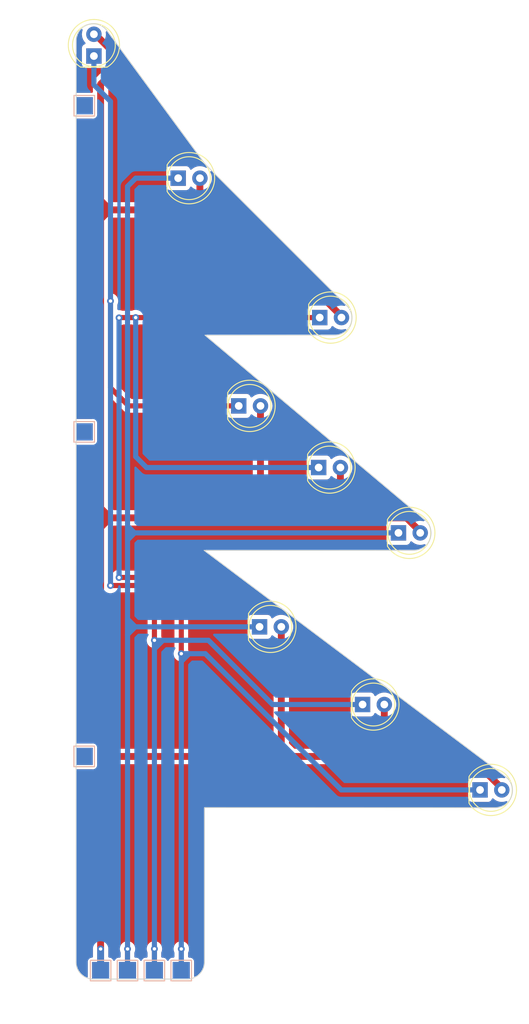
<source format=kicad_pcb>
(kicad_pcb (version 20221018) (generator pcbnew)
  (layers (0 "F.Cu" signal) (31 "B.Cu" signal) (34 "B.Paste" user) (35 "F.Paste" user) (36 "B.SilkS" user "B.Silkscreen") (37 "F.SilkS" user "F.Silkscreen") (38 "B.Mask" user) (39 "F.Mask" user) (44 "Edge.Cuts" user))
  (net 0 "")
  (net 1 "Net-(D1-K)")
  (net 2 "Net-(D1-A)")
  (net 3 "Net-(D4-K)")
  (net 4 "Net-(D7-K)")
  (footprint "TestPoint:TestPoint_Pad_2.0x2.0mm" (layer "F.Cu") (at 143.925 154.52 90)
    (fp_text reference "J4" hide)
    (fp_text value "Conn_01x01_Pin")
    (fp_line (start -1.2 -1.2) (end 1.2 -1.2) (stroke (width 0.12)) (layer "F.SilkS"))
    (fp_line (start -1.2 1.2) (end -1.2 -1.2) (stroke (width 0.12)) (layer "F.SilkS"))
    (fp_line (start 1.2 -1.2) (end 1.2 1.2) (stroke (width 0.12)) (layer "F.SilkS"))
    (fp_line (start 1.2 1.2) (end -1.2 1.2) (stroke (width 0.12)) (layer "F.SilkS"))
    (pad "1" smd rect (at 0 0 90) (size 2 2) (layers "F.Cu" "F.Mask") (net 4 "Net-(D7-K)"))
  )
  (footprint "LED_THT:LED_D5.0mm" (layer "F.Cu") (at 159.975 95.85)
    (fp_text reference "D8" hide)
    (fp_text value "LED")
    (fp_line (start -1.29 -1.545) (end -1.29 1.545) (stroke (width 0.12)) (layer "F.SilkS"))
    (fp_arc (start -1.29 -1.54483) (mid 2.072002 -2.880433) (end 4.26 0.000462) (stroke (width 0.12)) (layer "F.SilkS"))
    (fp_arc (start 4.26 -0.000462) (mid 2.072002 2.880433) (end -1.29 1.54483) (stroke (width 0.12)) (layer "F.SilkS"))
    (fp_circle (center 1.27 0) (end 3.77 0) (stroke (width 0.12)) (fill none) (layer "F.SilkS"))
    (pad "1" thru_hole rect (at 0 0) (size 1.8 1.8) (drill 0.9) (layers "*.Cu" "*.Mask") (net 4 "Net-(D7-K)"))
    (pad "2" thru_hole circle (at 2.54 0) (size 1.8 1.8) (drill 0.9) (layers "*.Cu" "*.Mask") (net 2 "Net-(D1-A)"))
  )
  (footprint "TestPoint:TestPoint_Pad_2.0x2.0mm" (layer "F.Cu") (at 132.6 53.65)
    (fp_text reference "REF**" hide)
    (fp_text value "TestPoint_Pad_2.0x2.0mm")
    (fp_line (start -1.2 -1.2) (end 1.2 -1.2) (stroke (width 0.12)) (layer "F.SilkS"))
    (fp_line (start -1.2 1.2) (end -1.2 -1.2) (stroke (width 0.12)) (layer "F.SilkS"))
    (fp_line (start 1.2 -1.2) (end 1.2 1.2) (stroke (width 0.12)) (layer "F.SilkS"))
    (fp_line (start 1.2 1.2) (end -1.2 1.2) (stroke (width 0.12)) (layer "F.SilkS"))
    (pad "1" smd rect (at 0 0) (size 2 2) (layers "F.Cu" "F.Mask"))
  )
  (footprint "LED_THT:LED_D5.0mm" (layer "F.Cu") (at 153.07 114.43)
    (fp_text reference "D1" hide)
    (fp_text value "LED")
    (fp_line (start -1.29 -1.545) (end -1.29 1.545) (stroke (width 0.12)) (layer "F.SilkS"))
    (fp_arc (start -1.29 -1.54483) (mid 2.072002 -2.880433) (end 4.26 0.000462) (stroke (width 0.12)) (layer "F.SilkS"))
    (fp_arc (start 4.26 -0.000462) (mid 2.072002 2.880433) (end -1.29 1.54483) (stroke (width 0.12)) (layer "F.SilkS"))
    (fp_circle (center 1.27 0) (end 3.77 0) (stroke (width 0.12)) (fill none) (layer "F.SilkS"))
    (pad "1" thru_hole rect (at 0 0) (size 1.8 1.8) (drill 0.9) (layers "*.Cu" "*.Mask") (net 1 "Net-(D1-K)"))
    (pad "2" thru_hole circle (at 2.54 0) (size 1.8 1.8) (drill 0.9) (layers "*.Cu" "*.Mask") (net 2 "Net-(D1-A)"))
  )
  (footprint "TestPoint:TestPoint_Pad_2.0x2.0mm" (layer "F.Cu") (at 140.785 154.52 90)
    (fp_text reference "J3" hide)
    (fp_text value "Conn_01x01_Pin")
    (fp_line (start -1.2 -1.2) (end 1.2 -1.2) (stroke (width 0.12)) (layer "F.SilkS"))
    (fp_line (start -1.2 1.2) (end -1.2 -1.2) (stroke (width 0.12)) (layer "F.SilkS"))
    (fp_line (start 1.2 -1.2) (end 1.2 1.2) (stroke (width 0.12)) (layer "F.SilkS"))
    (fp_line (start 1.2 1.2) (end -1.2 1.2) (stroke (width 0.12)) (layer "F.SilkS"))
    (pad "1" smd rect (at 0 0 90) (size 2 2) (layers "F.Cu" "F.Mask") (net 3 "Net-(D4-K)"))
  )
  (footprint "LED_THT:LED_D5.0mm" (layer "F.Cu") (at 133.72 47.855 90)
    (fp_text reference "D6" hide)
    (fp_text value "LED")
    (fp_line (start -1.29 -1.545) (end -1.29 1.545) (stroke (width 0.12)) (layer "F.SilkS"))
    (fp_arc (start -1.29 -1.54483) (mid 2.072002 -2.880433) (end 4.26 0.000462) (stroke (width 0.12)) (layer "F.SilkS"))
    (fp_arc (start 4.26 -0.000462) (mid 2.072002 2.880433) (end -1.29 1.54483) (stroke (width 0.12)) (layer "F.SilkS"))
    (fp_circle (center 1.27 0) (end 3.77 0) (stroke (width 0.12)) (fill none) (layer "F.SilkS"))
    (pad "1" thru_hole rect (at 0 0 90) (size 1.8 1.8) (drill 0.9) (layers "*.Cu" "*.Mask") (net 3 "Net-(D4-K)"))
    (pad "2" thru_hole circle (at 2.54 0 90) (size 1.8 1.8) (drill 0.9) (layers "*.Cu" "*.Mask") (net 2 "Net-(D1-A)"))
  )
  (footprint "LED_THT:LED_D5.0mm" (layer "F.Cu") (at 150.64 88.66)
    (fp_text reference "D5" hide)
    (fp_text value "LED")
    (fp_line (start -1.29 -1.545) (end -1.29 1.545) (stroke (width 0.12)) (layer "F.SilkS"))
    (fp_arc (start -1.29 -1.54483) (mid 2.072002 -2.880433) (end 4.26 0.000462) (stroke (width 0.12)) (layer "F.SilkS"))
    (fp_arc (start 4.26 -0.000462) (mid 2.072002 2.880433) (end -1.29 1.54483) (stroke (width 0.12)) (layer "F.SilkS"))
    (fp_circle (center 1.27 0) (end 3.77 0) (stroke (width 0.12)) (fill none) (layer "F.SilkS"))
    (pad "1" thru_hole rect (at 0 0) (size 1.8 1.8) (drill 0.9) (layers "*.Cu" "*.Mask") (net 3 "Net-(D4-K)"))
    (pad "2" thru_hole circle (at 2.54 0) (size 1.8 1.8) (drill 0.9) (layers "*.Cu" "*.Mask") (net 2 "Net-(D1-A)"))
  )
  (footprint "LED_THT:LED_D5.0mm" (layer "F.Cu") (at 143.565 62.1)
    (fp_text reference "D3" hide)
    (fp_text value "LED")
    (fp_line (start -1.29 -1.545) (end -1.29 1.545) (stroke (width 0.12)) (layer "F.SilkS"))
    (fp_arc (start -1.29 -1.54483) (mid 2.072002 -2.880433) (end 4.26 0.000462) (stroke (width 0.12)) (layer "F.SilkS"))
    (fp_arc (start 4.26 -0.000462) (mid 2.072002 2.880433) (end -1.29 1.54483) (stroke (width 0.12)) (layer "F.SilkS"))
    (fp_circle (center 1.27 0) (end 3.77 0) (stroke (width 0.12)) (fill none) (layer "F.SilkS"))
    (pad "1" thru_hole rect (at 0 0) (size 1.8 1.8) (drill 0.9) (layers "*.Cu" "*.Mask") (net 1 "Net-(D1-K)"))
    (pad "2" thru_hole circle (at 2.54 0) (size 1.8 1.8) (drill 0.9) (layers "*.Cu" "*.Mask") (net 2 "Net-(D1-A)"))
  )
  (footprint "TestPoint:TestPoint_Pad_2.0x2.0mm" (layer "F.Cu") (at 134.505 154.52 90)
    (fp_text reference "J1" hide)
    (fp_text value "Conn_01x01_Pin")
    (fp_line (start -1.2 -1.2) (end 1.2 -1.2) (stroke (width 0.12)) (layer "F.SilkS"))
    (fp_line (start -1.2 1.2) (end -1.2 -1.2) (stroke (width 0.12)) (layer "F.SilkS"))
    (fp_line (start 1.2 -1.2) (end 1.2 1.2) (stroke (width 0.12)) (layer "F.SilkS"))
    (fp_line (start 1.2 1.2) (end -1.2 1.2) (stroke (width 0.12)) (layer "F.SilkS"))
    (pad "1" smd rect (at 0 0 90) (size 2 2) (layers "F.Cu" "F.Mask") (net 2 "Net-(D1-A)"))
  )
  (footprint "LED_THT:LED_D5.0mm" (layer "F.Cu") (at 165.105 123.49)
    (fp_text reference "D4" hide)
    (fp_text value "LED")
    (fp_line (start -1.29 -1.545) (end -1.29 1.545) (stroke (width 0.12)) (layer "F.SilkS"))
    (fp_arc (start -1.29 -1.54483) (mid 2.072002 -2.880433) (end 4.26 0.000462) (stroke (width 0.12)) (layer "F.SilkS"))
    (fp_arc (start 4.26 -0.000462) (mid 2.072002 2.880433) (end -1.29 1.54483) (stroke (width 0.12)) (layer "F.SilkS"))
    (fp_circle (center 1.27 0) (end 3.77 0) (stroke (width 0.12)) (fill none) (layer "F.SilkS"))
    (pad "1" thru_hole rect (at 0 0) (size 1.8 1.8) (drill 0.9) (layers "*.Cu" "*.Mask") (net 3 "Net-(D4-K)"))
    (pad "2" thru_hole circle (at 2.54 0) (size 1.8 1.8) (drill 0.9) (layers "*.Cu" "*.Mask") (net 2 "Net-(D1-A)"))
  )
  (footprint "LED_THT:LED_D5.0mm" (layer "F.Cu") (at 169.3 103.47)
    (fp_text reference "D2" hide)
    (fp_text value "LED")
    (fp_line (start -1.29 -1.545) (end -1.29 1.545) (stroke (width 0.12)) (layer "F.SilkS"))
    (fp_arc (start -1.29 -1.54483) (mid 2.072002 -2.880433) (end 4.26 0.000462) (stroke (width 0.12)) (layer "F.SilkS"))
    (fp_arc (start 4.26 -0.000462) (mid 2.072002 2.880433) (end -1.29 1.54483) (stroke (width 0.12)) (layer "F.SilkS"))
    (fp_circle (center 1.27 0) (end 3.77 0) (stroke (width 0.12)) (fill none) (layer "F.SilkS"))
    (pad "1" thru_hole rect (at 0 0) (size 1.8 1.8) (drill 0.9) (layers "*.Cu" "*.Mask") (net 1 "Net-(D1-K)"))
    (pad "2" thru_hole circle (at 2.54 0) (size 1.8 1.8) (drill 0.9) (layers "*.Cu" "*.Mask") (net 2 "Net-(D1-A)"))
  )
  (footprint "TestPoint:TestPoint_Pad_2.0x2.0mm" (layer "F.Cu") (at 137.645 154.52 90)
    (fp_text reference "J2" hide)
    (fp_text value "Conn_01x01_Pin")
    (fp_line (start -1.2 -1.2) (end 1.2 -1.2) (stroke (width 0.12)) (layer "F.SilkS"))
    (fp_line (start -1.2 1.2) (end -1.2 -1.2) (stroke (width 0.12)) (layer "F.SilkS"))
    (fp_line (start 1.2 -1.2) (end 1.2 1.2) (stroke (width 0.12)) (layer "F.SilkS"))
    (fp_line (start 1.2 1.2) (end -1.2 1.2) (stroke (width 0.12)) (layer "F.SilkS"))
    (pad "1" smd rect (at 0 0 90) (size 2 2) (layers "F.Cu" "F.Mask") (net 1 "Net-(D1-K)"))
  )
  (footprint "TestPoint:TestPoint_Pad_2.0x2.0mm" (layer "F.Cu") (at 132.59 129.54)
    (fp_text reference "REF**" hide)
    (fp_text value "TestPoint_Pad_2.0x2.0mm")
    (fp_line (start -1.2 -1.2) (end 1.2 -1.2) (stroke (width 0.12)) (layer "F.SilkS"))
    (fp_line (start -1.2 1.2) (end -1.2 -1.2) (stroke (width 0.12)) (layer "F.SilkS"))
    (fp_line (start 1.2 -1.2) (end 1.2 1.2) (stroke (width 0.12)) (layer "F.SilkS"))
    (fp_line (start 1.2 1.2) (end -1.2 1.2) (stroke (width 0.12)) (layer "F.SilkS"))
    (pad "1" smd rect (at 0 0) (size 2 2) (layers "F.Cu" "F.Mask"))
  )
  (footprint "LED_THT:LED_D5.0mm" (layer "F.Cu") (at 178.83 133.45)
    (fp_text reference "D7" hide)
    (fp_text value "LED")
    (fp_line (start -1.29 -1.545) (end -1.29 1.545) (stroke (width 0.12)) (layer "F.SilkS"))
    (fp_arc (start -1.29 -1.54483) (mid 2.072002 -2.880433) (end 4.26 0.000462) (stroke (width 0.12)) (layer "F.SilkS"))
    (fp_arc (start 4.26 -0.000462) (mid 2.072002 2.880433) (end -1.29 1.54483) (stroke (width 0.12)) (layer "F.SilkS"))
    (fp_circle (center 1.27 0) (end 3.77 0) (stroke (width 0.12)) (fill none) (layer "F.SilkS"))
    (pad "1" thru_hole rect (at 0 0) (size 1.8 1.8) (drill 0.9) (layers "*.Cu" "*.Mask") (net 4 "Net-(D7-K)"))
    (pad "2" thru_hole circle (at 2.54 0) (size 1.8 1.8) (drill 0.9) (layers "*.Cu" "*.Mask") (net 2 "Net-(D1-A)"))
  )
  (footprint "LED_THT:LED_D5.0mm" (layer "F.Cu") (at 160.1 78.36)
    (fp_text reference "D9" hide)
    (fp_text value "LED")
    (fp_line (start -1.29 -1.545) (end -1.29 1.545) (stroke (width 0.12)) (layer "F.SilkS"))
    (fp_arc (start -1.29 -1.54483) (mid 2.072002 -2.880433) (end 4.26 0.000462) (stroke (width 0.12)) (layer "F.SilkS"))
    (fp_arc (start 4.26 -0.000462) (mid 2.072002 2.880433) (end -1.29 1.54483) (stroke (width 0.12)) (layer "F.SilkS"))
    (fp_circle (center 1.27 0) (end 3.77 0) (stroke (width 0.12)) (fill none) (layer "F.SilkS"))
    (pad "1" thru_hole rect (at 0 0) (size 1.8 1.8) (drill 0.9) (layers "*.Cu" "*.Mask") (net 4 "Net-(D7-K)"))
    (pad "2" thru_hole circle (at 2.54 0) (size 1.8 1.8) (drill 0.9) (layers "*.Cu" "*.Mask") (net 2 "Net-(D1-A)"))
  )
  (footprint "TestPoint:TestPoint_Pad_2.0x2.0mm" (layer "F.Cu") (at 132.59 91.69)
    (fp_text reference "REF**" hide)
    (fp_text value "TestPoint_Pad_2.0x2.0mm")
    (fp_line (start -1.2 -1.2) (end 1.2 -1.2) (stroke (width 0.12)) (layer "F.SilkS"))
    (fp_line (start -1.2 1.2) (end -1.2 -1.2) (stroke (width 0.12)) (layer "F.SilkS"))
    (fp_line (start 1.2 -1.2) (end 1.2 1.2) (stroke (width 0.12)) (layer "F.SilkS"))
    (fp_line (start 1.2 1.2) (end -1.2 1.2) (stroke (width 0.12)) (layer "F.SilkS"))
    (pad "1" smd rect (at 0 0) (size 2 2) (layers "F.Cu" "F.Mask"))
  )
  (footprint "TestPoint:TestPoint_Pad_2.0x2.0mm" (layer "B.Cu") (at 143.925 154.52 -90)
    (fp_text reference "J8" hide)
    (fp_text value "Conn_01x01_Pin")
    (fp_line (start -1.2 -1.2) (end -1.2 1.2) (stroke (width 0.12)) (layer "B.SilkS"))
    (fp_line (start -1.2 1.2) (end 1.2 1.2) (stroke (width 0.12)) (layer "B.SilkS"))
    (fp_line (start 1.2 -1.2) (end -1.2 -1.2) (stroke (width 0.12)) (layer "B.SilkS"))
    (fp_line (start 1.2 1.2) (end 1.2 -1.2) (stroke (width 0.12)) (layer "B.SilkS"))
    (pad "1" smd rect (at 0 0 270) (size 2 2) (layers "B.Cu" "B.Mask") (net 4 "Net-(D7-K)"))
  )
  (footprint "TestPoint:TestPoint_Pad_2.0x2.0mm" (layer "B.Cu") (at 132.59 129.54 180)
    (fp_text reference "REF**" hide)
    (fp_text value "TestPoint_Pad_2.0x2.0mm")
    (fp_line (start -1.2 -1.2) (end -1.2 1.2) (stroke (width 0.12)) (layer "B.SilkS"))
    (fp_line (start -1.2 1.2) (end 1.2 1.2) (stroke (width 0.12)) (layer "B.SilkS"))
    (fp_line (start 1.2 -1.2) (end -1.2 -1.2) (stroke (width 0.12)) (layer "B.SilkS"))
    (fp_line (start 1.2 1.2) (end 1.2 -1.2) (stroke (width 0.12)) (layer "B.SilkS"))
    (pad "1" smd rect (at 0 0 180) (size 2 2) (layers "B.Cu" "B.Mask"))
  )
  (footprint "TestPoint:TestPoint_Pad_2.0x2.0mm" (layer "B.Cu") (at 140.785 154.52 -90)
    (fp_text reference "J7" hide)
    (fp_text value "Conn_01x01_Pin")
    (fp_line (start -1.2 -1.2) (end -1.2 1.2) (stroke (width 0.12)) (layer "B.SilkS"))
    (fp_line (start -1.2 1.2) (end 1.2 1.2) (stroke (width 0.12)) (layer "B.SilkS"))
    (fp_line (start 1.2 -1.2) (end -1.2 -1.2) (stroke (width 0.12)) (layer "B.SilkS"))
    (fp_line (start 1.2 1.2) (end 1.2 -1.2) (stroke (width 0.12)) (layer "B.SilkS"))
    (pad "1" smd rect (at 0 0 270) (size 2 2) (layers "B.Cu" "B.Mask") (net 3 "Net-(D4-K)"))
  )
  (footprint "TestPoint:TestPoint_Pad_2.0x2.0mm" (layer "B.Cu") (at 137.645 154.52 -90)
    (fp_text reference "J6" hide)
    (fp_text value "Conn_01x01_Pin")
    (fp_line (start -1.2 -1.2) (end -1.2 1.2) (stroke (width 0.12)) (layer "B.SilkS"))
    (fp_line (start -1.2 1.2) (end 1.2 1.2) (stroke (width 0.12)) (layer "B.SilkS"))
    (fp_line (start 1.2 -1.2) (end -1.2 -1.2) (stroke (width 0.12)) (layer "B.SilkS"))
    (fp_line (start 1.2 1.2) (end 1.2 -1.2) (stroke (width 0.12)) (layer "B.SilkS"))
    (pad "1" smd rect (at 0 0 270) (size 2 2) (layers "B.Cu" "B.Mask") (net 1 "Net-(D1-K)"))
  )
  (footprint "TestPoint:TestPoint_Pad_2.0x2.0mm" (layer "B.Cu") (at 132.6 53.65 180)
    (fp_text reference "REF**" hide)
    (fp_text value "TestPoint_Pad_2.0x2.0mm")
    (fp_line (start -1.2 -1.2) (end -1.2 1.2) (stroke (width 0.12)) (layer "B.SilkS"))
    (fp_line (start -1.2 1.2) (end 1.2 1.2) (stroke (width 0.12)) (layer "B.SilkS"))
    (fp_line (start 1.2 -1.2) (end -1.2 -1.2) (stroke (width 0.12)) (layer "B.SilkS"))
    (fp_line (start 1.2 1.2) (end 1.2 -1.2) (stroke (width 0.12)) (layer "B.SilkS"))
    (pad "1" smd rect (at 0 0 180) (size 2 2) (layers "B.Cu" "B.Mask"))
  )
  (footprint "TestPoint:TestPoint_Pad_2.0x2.0mm" (layer "B.Cu") (at 132.59 91.69 180)
    (fp_text reference "REF**" hide)
    (fp_text value "TestPoint_Pad_2.0x2.0mm")
    (fp_line (start -1.2 -1.2) (end -1.2 1.2) (stroke (width 0.12)) (layer "B.SilkS"))
    (fp_line (start -1.2 1.2) (end 1.2 1.2) (stroke (width 0.12)) (layer "B.SilkS"))
    (fp_line (start 1.2 -1.2) (end -1.2 -1.2) (stroke (width 0.12)) (layer "B.SilkS"))
    (fp_line (start 1.2 1.2) (end 1.2 -1.2) (stroke (width 0.12)) (layer "B.SilkS"))
    (pad "1" smd rect (at 0 0 180) (size 2 2) (layers "B.Cu" "B.Mask"))
  )
  (footprint "TestPoint:TestPoint_Pad_2.0x2.0mm" (layer "B.Cu") (at 134.505 154.52 -90)
    (fp_text reference "J5" hide)
    (fp_text value "Conn_01x01_Pin")
    (fp_line (start -1.2 -1.2) (end -1.2 1.2) (stroke (width 0.12)) (layer "B.SilkS"))
    (fp_line (start -1.2 1.2) (end 1.2 1.2) (stroke (width 0.12)) (layer "B.SilkS"))
    (fp_line (start 1.2 -1.2) (end -1.2 -1.2) (stroke (width 0.12)) (layer "B.SilkS"))
    (fp_line (start 1.2 1.2) (end 1.2 -1.2) (stroke (width 0.12)) (layer "B.SilkS"))
    (pad "1" smd rect (at 0 0 270) (size 2 2) (layers "B.Cu" "B.Mask") (net 2 "Net-(D1-A)"))
  )
  (gr_line (start 131.635173 153.509827) (end 131.644473 46.088545) (stroke (width 0.1)) (layer "Edge.Cuts"))
  (gr_arc (start 131.644473 46.088545) (mid 133.020487 44.188512) (end 135.255 44.902884) (stroke (width 0.1)) (layer "Edge.Cuts"))
  (gr_arc (start 133.635173 155.51) (mid 132.220916 154.924143) (end 131.635173 153.509827) (stroke (width 0.1)) (layer "Edge.Cuts"))
  (gr_line (start 172.396325 101.969553) (end 146.695 80.41) (stroke (width 0.1)) (layer "Edge.Cuts"))
  (gr_line (start 163.274947 76.986787) (end 146.695 60.44) (stroke (width 0.1)) (layer "Edge.Cuts"))
  (gr_arc (start 163.274947 76.986787) (mid 163.710456 79.166387) (end 161.86315 80.402416) (stroke (width 0.1)) (layer "Edge.Cuts"))
  (gr_line (start 146.695 80.41) (end 161.86315 80.402416) (stroke (width 0.1)) (layer "Edge.Cuts"))
  (gr_line (start 146.635 135.51) (end 180.620498 135.518498) (stroke (width 0.1)) (layer "Edge.Cuts"))
  (gr_arc (start 146.635 153.51) (mid 146.049214 154.924214) (end 144.635 155.51) (stroke (width 0.1)) (layer "Edge.Cuts"))
  (gr_arc (start 181.820678 131.918259) (mid 182.51835 134.151003) (end 180.620498 135.518498) (stroke (width 0.1)) (layer "Edge.Cuts"))
  (gr_line (start 146.595 105.51) (end 171.11164 105.501831) (stroke (width 0.1)) (layer "Edge.Cuts"))
  (gr_line (start 146.695 60.44) (end 135.255 44.902884) (stroke (width 0.1)) (layer "Edge.Cuts"))
  (gr_line (start 144.635 155.51) (end 133.635173 155.51) (stroke (width 0.1)) (layer "Edge.Cuts"))
  (gr_line (start 181.820678 131.918259) (end 146.595 105.51) (stroke (width 0.1)) (layer "Edge.Cuts"))
  (gr_arc (start 172.396325 101.969553) (mid 172.990524 104.185421) (end 171.11164 105.501831) (stroke (width 0.1)) (layer "Edge.Cuts"))
  (gr_line (start 146.635 153.51) (end 146.635 135.51) (stroke (width 0.1)) (layer "Edge.Cuts"))
  (segment (start 137.645 154.52) (end 137.645 152.005) (width 0.6) (layer "F.Cu") (net 1))
  (segment (start 137.645 152.005) (end 137.65 152) (width 0.6) (layer "F.Cu") (net 1))
  (via (at 137.65 152) (size 0.8) (drill 0.4) (layers "F.Cu" "B.Cu") (net 1))
  (segment (start 138.47 103.47) (end 138.46 103.47) (width 0.6) (layer "B.Cu") (net 1))
  (segment (start 169.3 103.47) (end 138.47 103.47) (width 0.6) (layer "B.Cu") (net 1))
  (segment (start 137.65 114.62) (end 137.65 113.51) (width 0.6) (layer "B.Cu") (net 1))
  (segment (start 138.47 103.47) (end 137.65 103.47) (width 0.6) (layer "B.Cu") (net 1))
  (segment (start 137.65 115.4) (end 137.65 114.62) (width 0.6) (layer "B.Cu") (net 1))
  (segment (start 137.65 63.06) (end 138.61 62.1) (width 0.6) (layer "B.Cu") (net 1))
  (segment (start 137.65 113.53) (end 137.65 113.51) (width 0.6) (layer "B.Cu") (net 1))
  (segment (start 138.61 62.1) (end 143.565 62.1) (width 0.6) (layer "B.Cu") (net 1))
  (segment (start 137.65 115.33) (end 137.65 115.4) (width 0.6) (layer "B.Cu") (net 1))
  (segment (start 138.47 103.48) (end 138.47 103.47) (width 0.6) (layer "B.Cu") (net 1))
  (segment (start 137.65 152) (end 137.65 154.515) (width 0.6) (layer "B.Cu") (net 1))
  (segment (start 137.65 102.66) (end 137.65 63.06) (width 0.6) (layer "B.Cu") (net 1))
  (segment (start 137.65 103.47) (end 137.65 102.66) (width 0.6) (layer "B.Cu") (net 1))
  (segment (start 138.46 103.47) (end 137.65 102.66) (width 0.6) (layer "B.Cu") (net 1))
  (segment (start 137.65 154.515) (end 137.645 154.52) (width 0.6) (layer "B.Cu") (net 1))
  (segment (start 137.65 104.3) (end 138.47 103.48) (width 0.6) (layer "B.Cu") (net 1))
  (segment (start 138.55 114.43) (end 137.84 114.43) (width 0.6) (layer "B.Cu") (net 1))
  (segment (start 138.55 114.43) (end 137.65 115.33) (width 0.6) (layer "B.Cu") (net 1))
  (segment (start 153.07 114.43) (end 138.55 114.43) (width 0.6) (layer "B.Cu") (net 1))
  (segment (start 137.84 114.43) (end 137.65 114.62) (width 0.6) (layer "B.Cu") (net 1))
  (segment (start 137.65 152) (end 137.65 115.4) (width 0.6) (layer "B.Cu") (net 1))
  (segment (start 137.65 104.3) (end 137.65 103.47) (width 0.6) (layer "B.Cu") (net 1))
  (segment (start 137.65 113.51) (end 137.65 104.3) (width 0.6) (layer "B.Cu") (net 1))
  (segment (start 138.55 114.43) (end 137.65 113.53) (width 0.6) (layer "B.Cu") (net 1))
  (segment (start 162.515 100.59) (end 162.515 101.685) (width 0.8) (layer "F.Cu") (net 2))
  (segment (start 134.505 154.52) (end 134.505 152) (width 0.8) (layer "F.Cu") (net 2))
  (segment (start 167.645 129.525) (end 167.67 129.55) (width 0.8) (layer "F.Cu") (net 2))
  (segment (start 167.67 129.55) (end 166.64 129.55) (width 0.8) (layer "F.Cu") (net 2))
  (segment (start 135.6 65.795) (end 134.505 66.89) (width 0.8) (layer "F.Cu") (net 2))
  (segment (start 161.4 101.72) (end 154.33 101.72) (width 0.8) (layer "F.Cu") (net 2))
  (segment (start 150.24 65.8) (end 147.15 65.8) (width 0.8) (layer "F.Cu") (net 2))
  (segment (start 155.61 128.16) (end 155.61 129.41) (width 0.8) (layer "F.Cu") (net 2))
  (segment (start 135.645 101.72) (end 134.505 100.58) (width 0.8) (layer "F.Cu") (net 2))
  (segment (start 162.515 101.685) (end 162.55 101.72) (width 0.8) (layer "F.Cu") (net 2))
  (segment (start 134.505 66.89) (end 134.505 66.95) (width 0.8) (layer "F.Cu") (net 2))
  (segment (start 153.18 101.72) (end 152.16 101.72) (width 0.8) (layer "F.Cu") (net 2))
  (segment (start 145.15 65.8) (end 143.67 65.8) (width 0.8) (layer "F.Cu") (net 2))
  (segment (start 135.6 65.8) (end 134.505 65.8) (width 0.8) (layer "F.Cu") (net 2))
  (segment (start 163.62 101.72) (end 162.55 101.72) (width 0.8) (layer "F.Cu") (net 2))
  (segment (start 134.505 66.95) (end 134.505 65.8) (width 0.8) (layer "F.Cu") (net 2))
  (segment (start 135.79 49.85) (end 135.79 47.23) (width 0.8) (layer "F.Cu") (net 2))
  (segment (start 162.515 100.615) (end 161.41 101.72) (width 0.8) (layer "F.Cu") (net 2))
  (segment (start 134.505 129.55) (end 134.505 128.29) (width 0.8) (layer "F.Cu") (net 2))
  (segment (start 146.105 64.845) (end 147.06 65.8) (width 0.8) (layer "F.Cu") (net 2))
  (segment (start 167.645 128.565) (end 168.63 129.55) (width 0.8) (layer "F.Cu") (net 2))
  (segment (start 171.84 103.47) (end 171.84 103.32) (width 0.8) (layer "F.Cu") (net 2))
  (segment (start 167.645 123.49) (end 167.645 128.53) (width 0.8) (layer "F.Cu") (net 2))
  (segment (start 135.74 129.55) (end 134.505 129.55) (width 0.8) (layer "F.Cu") (net 2))
  (segment (start 152.16 101.72) (end 135.67 101.72) (width 0.8) (layer "F.Cu") (net 2))
  (segment (start 134.505 152) (end 134.505 130.84) (width 0.8) (layer "F.Cu") (net 2))
  (segment (start 177.66 129.55) (end 168.63 129.55) (width 0.8) (layer "F.Cu") (net 2))
  (segment (start 135.6 65.8) (end 135.6 65.795) (width 0.8) (layer "F.Cu") (net 2))
  (segment (start 153.18 100.6) (end 154.3 101.72) (width 0.8) (layer "F.Cu") (net 2))
  (segment (start 134.505 100.58) (end 134.505 66.95) (width 0.8) (layer "F.Cu") (net 2))
  (segment (start 168.63 129.55) (end 167.67 129.55) (width 0.8) (layer "F.Cu") (net 2))
  (segment (start 134.505 51.135) (end 135.79 49.85) (width 0.8) (layer "F.Cu") (net 2))
  (segment (start 135.645 101.72) (end 135.625 101.72) (width 0.8) (layer "F.Cu") (net 2))
  (segment (start 146.105 64.845) (end 145.15 65.8) (width 0.8) (layer "F.Cu") (net 2))
  (segment (start 153.18 88.66) (end 153.18 100.6) (width 0.8) (layer "F.Cu") (net 2))
  (segment (start 162.64 78.2) (end 150.24 65.8) (width 0.8) (layer "F.Cu") (net 2))
  (segment (start 162.64 78.36) (end 162.64 78.2) (width 0.8) (layer "F.Cu") (net 2))
  (segment (start 135.67 101.72) (end 135.645 101.72) (width 0.8) (layer "F.Cu") (net 2))
  (segment (start 181.37 133.45) (end 181.37 133.26) (width 0.8) (layer "F.Cu") (net 2))
  (segment (start 167.645 128.53) (end 167.645 129.525) (width 0.8) (layer "F.Cu") (net 2))
  (segment (start 134.505 101.72) (end 134.505 100.58) (width 0.8) (layer "F.Cu") (net 2))
  (segment (start 135.74 129.525) (end 134.505 128.29) (width 0.8) (layer "F.Cu") (net 2))
  (segment (start 155.61 114.43) (end 155.61 128.16) (width 0.8) (layer "F.Cu") (net 2))
  (segment (start 153.18 100.6) (end 152.16 101.62) (width 0.8) (layer "F.Cu") (net 2))
  (segment (start 135.67 101.72) (end 134.505 101.72) (width 0.8) (layer "F.Cu") (net 2))
  (segment (start 162.515 95.85) (end 162.515 100.59) (width 0.8) (layer "F.Cu") (net 2))
  (segment (start 153.18 100.6) (end 153.18 101.72) (width 0.8) (layer "F.Cu") (net 2))
  (segment (start 134.505 128.29) (end 134.505 102.84) (width 0.8) (layer "F.Cu") (net 2))
  (segment (start 156.76 129.55) (end 155.47 129.55) (width 0.8) (layer "F.Cu") (net 2))
  (segment (start 143.67 65.8) (end 135.6 65.8) (width 0.8) (layer "F.Cu") (net 2))
  (segment (start 146.105 62.1) (end 146.105 64.845) (width 0.8) (layer "F.Cu") (net 2))
  (segment (start 155.61 128.4) (end 154.5 129.51) (width 0.8) (layer "F.Cu") (net 2))
  (segment (start 155.61 128.4) (end 156.76 129.55) (width 0.8) (layer "F.Cu") (net 2))
  (segment (start 167.645 128.53) (end 167.645 128.565) (width 0.8) (layer "F.Cu") (net 2))
  (segment (start 135.625 101.72) (end 134.505 102.84) (width 0.8) (layer "F.Cu") (net 2))
  (segment (start 162.55 101.72) (end 161.4 101.72) (width 0.8) (layer "F.Cu") (net 2))
  (segment (start 167.645 128.545) (end 166.64 129.55) (width 0.8) (layer "F.Cu") (net 2))
  (segment (start 167.645 128.53) (end 167.645 128.545) (width 0.8) (layer "F.Cu") (net 2))
  (segment (start 162.515 100.615) (end 163.62 101.72) (width 0.8) (layer "F.Cu") (net 2))
  (segment (start 134.505 65.8) (end 134.505 64.7) (width 0.8) (layer "F.Cu") (net 2))
  (segment (start 134.505 130.76) (end 134.505 130.84) (width 0.8) (layer "F.Cu") (net 2))
  (segment (start 135.6 65.795) (end 134.505 64.7) (width 0.8) (layer "F.Cu") (net 2))
  (segment (start 155.61 129.41) (end 155.47 129.55) (width 0.8) (layer "F.Cu") (net 2))
  (segment (start 152.16 101.62) (end 152.16 101.72) (width 0.8) (layer "F.Cu") (net 2))
  (segment (start 134.505 102.84) (end 134.505 101.72) (width 0.8) (layer "F.Cu") (net 2))
  (segment (start 133.875 45.315) (end 133.72 45.315) (width 0.8) (layer "F.Cu") (net 2))
  (segment (start 135.79 47.23) (end 133.875 45.315) (width 0.8) (layer "F.Cu") (net 2))
  (segment (start 171.84 103.32) (end 170.24 101.72) (width 0.8) (layer "F.Cu") (net 2))
  (segment (start 161.41 101.72) (end 161.4 101.72) (width 0.8) (layer "F.Cu") (net 2))
  (segment (start 154.3 101.72) (end 154.33 101.72) (width 0.8) (layer "F.Cu") (net 2))
  (segment (start 147.15 65.8) (end 143.67 65.8) (width 0.8) (layer "F.Cu") (net 2))
  (segment (start 162.515 100.59) (end 162.515 100.615) (width 0.8) (layer "F.Cu") (net 2))
  (segment (start 166.64 129.55) (end 156.76 129.55) (width 0.8) (layer "F.Cu") (net 2))
  (segment (start 155.47 129.55) (end 154.5 129.55) (width 0.8) (layer "F.Cu") (net 2))
  (segment (start 135.74 129.525) (end 134.505 130.76) (width 0.8) (layer "F.Cu") (net 2))
  (segment (start 134.505 130.84) (end 134.505 129.55) (width 0.8) (layer "F.Cu") (net 2))
  (segment (start 181.37 133.26) (end 177.66 129.55) (width 0.8) (layer "F.Cu") (net 2))
  (segment (start 135.74 129.55) (end 135.74 129.525) (width 0.8) (layer "F.Cu") (net 2))
  (segment (start 154.33 101.72) (end 153.18 101.72) (width 0.8) (layer "F.Cu") (net 2))
  (segment (start 134.505 64.7) (end 134.505 51.135) (width 0.8) (layer "F.Cu") (net 2))
  (segment (start 154.5 129.55) (end 135.74 129.55) (width 0.8) (layer "F.Cu") (net 2))
  (segment (start 155.61 128.16) (end 155.61 128.4) (width 0.8) (layer "F.Cu") (net 2))
  (segment (start 154.5 129.51) (end 154.5 129.55) (width 0.8) (layer "F.Cu") (net 2))
  (segment (start 170.24 101.72) (end 163.62 101.72) (width 0.8) (layer "F.Cu") (net 2))
  (segment (start 147.06 65.8) (end 147.15 65.8) (width 0.8) (layer "F.Cu") (net 2))
  (via (at 134.505 152) (size 0.8) (drill 0.4) (layers "F.Cu" "B.Cu") (net 2))
  (segment (start 134.505 154.52) (end 134.505 152) (width 0.8) (layer "B.Cu") (net 2))
  (segment (start 140.785 154.52) (end 140.785 151.995) (width 0.6) (layer "F.Cu") (net 3))
  (segment (start 135.66 86.55) (end 135.66 76.43) (width 0.6) (layer "F.Cu") (net 3))
  (segment (start 150.64 88.66) (end 137.77 88.66) (width 0.6) (layer "F.Cu") (net 3))
  (segment (start 139.35 109.61) (end 140.79 111.05) (width 0.6) (layer "F.Cu") (net 3))
  (segment (start 140.79 111.05) (end 140.79 116) (width 0.6) (layer "F.Cu") (net 3))
  (segment (start 140.785 151.995) (end 140.79 151.99) (width 0.6) (layer "F.Cu") (net 3))
  (segment (start 135.66 109.61) (end 139.35 109.61) (width 0.6) (layer "F.Cu") (net 3))
  (segment (start 137.77 88.66) (end 135.66 86.55) (width 0.6) (layer "F.Cu") (net 3))
  (via (at 140.79 116) (size 0.8) (drill 0.4) (layers "F.Cu" "B.Cu") (net 3))
  (via (at 135.66 76.43) (size 0.8) (drill 0.4) (layers "F.Cu" "B.Cu") (net 3))
  (via (at 135.66 109.61) (size 0.8) (drill 0.4) (layers "F.Cu" "B.Cu") (net 3))
  (via (at 140.79 151.99) (size 0.8) (drill 0.4) (layers "F.Cu" "B.Cu") (net 3))
  (segment (start 140.79 117.01) (end 140.79 116) (width 0.6) (layer "B.Cu") (net 3))
  (segment (start 135.66 76.43) (end 135.66 109.61) (width 0.6) (layer "B.Cu") (net 3))
  (segment (start 135.66 76.43) (end 135.66 53.15) (width 0.6) (layer "B.Cu") (net 3))
  (segment (start 147.1 116) (end 141.79 116) (width 0.6) (layer "B.Cu") (net 3))
  (segment (start 133.72 51.21) (end 133.72 47.855) (width 0.6) (layer "B.Cu") (net 3))
  (segment (start 165.105 123.49) (end 154.59 123.49) (width 0.6) (layer "B.Cu") (net 3))
  (segment (start 140.79 117.01) (end 140.79 117) (width 0.6) (layer "B.Cu") (net 3))
  (segment (start 140.79 154.515) (end 140.785 154.52) (width 0.6) (layer "B.Cu") (net 3))
  (segment (start 140.79 117) (end 141.79 116) (width 0.6) (layer "B.Cu") (net 3))
  (segment (start 140.79 151.99) (end 140.79 117.01) (width 0.6) (layer "B.Cu") (net 3))
  (segment (start 141.79 116) (end 140.79 116) (width 0.6) (layer "B.Cu") (net 3))
  (segment (start 140.79 151.99) (end 140.79 154.515) (width 0.6) (layer "B.Cu") (net 3))
  (segment (start 135.66 53.15) (end 133.72 51.21) (width 0.6) (layer "B.Cu") (net 3))
  (segment (start 154.59 123.49) (end 147.1 116) (width 0.6) (layer "B.Cu") (net 3))
  (segment (start 138.6 78.36) (end 160.1 78.36) (width 0.6) (layer "F.Cu") (net 4))
  (segment (start 143.925 152.005) (end 143.93 152) (width 0.6) (layer "F.Cu") (net 4))
  (segment (start 136.67 108.67) (end 141.81 108.67) (width 0.6) (layer "F.Cu") (net 4))
  (segment (start 138.6 78.36) (end 136.69 78.36) (width 0.6) (layer "F.Cu") (net 4))
  (segment (start 136.69 78.36) (end 136.66 78.39) (width 0.6) (layer "F.Cu") (net 4))
  (segment (start 143.925 154.52) (end 143.925 152.005) (width 0.6) (layer "F.Cu") (net 4))
  (segment (start 136.66 108.68) (end 136.67 108.67) (width 0.6) (layer "F.Cu") (net 4))
  (segment (start 143.93 110.79) (end 143.93 117.56) (width 0.6) (layer "F.Cu") (net 4))
  (segment (start 141.81 108.67) (end 143.93 110.79) (width 0.6) (layer "F.Cu") (net 4))
  (via (at 136.66 78.39) (size 0.8) (drill 0.4) (layers "F.Cu" "B.Cu") (net 4))
  (via (at 136.66 108.68) (size 0.8) (drill 0.4) (layers "F.Cu" "B.Cu") (net 4))
  (via (at 143.93 117.56) (size 0.8) (drill 0.4) (layers "F.Cu" "B.Cu") (net 4))
  (via (at 138.6 78.36) (size 0.8) (drill 0.4) (layers "F.Cu" "B.Cu") (net 4))
  (via (at 143.93 152) (size 0.8) (drill 0.4) (layers "F.Cu" "B.Cu") (net 4))
  (segment (start 146.73 117.56) (end 144.78 117.56) (width 0.6) (layer "B.Cu") (net 4))
  (segment (start 139.87 95.85) (end 159.975 95.85) (width 0.6) (layer "B.Cu") (net 4))
  (segment (start 178.83 133.45) (end 162.62 133.45) (width 0.6) (layer "B.Cu") (net 4))
  (segment (start 143.93 152) (end 143.93 154.515) (width 0.6) (layer "B.Cu") (net 4))
  (segment (start 144.78 117.62) (end 143.93 118.47) (width 0.6) (layer "B.Cu") (net 4))
  (segment (start 143.93 118.47) (end 143.93 117.56) (width 0.6) (layer "B.Cu") (net 4))
  (segment (start 138.6 94.58) (end 139.87 95.85) (width 0.6) (layer "B.Cu") (net 4))
  (segment (start 138.6 78.36) (end 138.6 94.58) (width 0.6) (layer "B.Cu") (net 4))
  (segment (start 144.78 117.56) (end 144.78 117.62) (width 0.6) (layer "B.Cu") (net 4))
  (segment (start 144.78 117.56) (end 143.93 117.56) (width 0.6) (layer "B.Cu") (net 4))
  (segment (start 136.66 108.68) (end 136.66 78.39) (width 0.6) (layer "B.Cu") (net 4))
  (segment (start 143.93 154.515) (end 143.925 154.52) (width 0.6) (layer "B.Cu") (net 4))
  (segment (start 143.93 152) (end 143.93 118.47) (width 0.6) (layer "B.Cu") (net 4))
  (segment (start 162.62 133.45) (end 146.73 117.56) (width 0.6) (layer "B.Cu") (net 4))
  (zone (net 0) (net_name "") (layers "F&B.Cu") (connect_pads (clearance 0.5)) (min_thickness 0.25) (fill yes (thermal_gap 0.5) (thermal_bridge_width 0.5) (island_removal_mode 1) (island_area_min 10))
    (polygon (pts (xy 131.32 156.04) (xy 146.88 156.04) (xy 146.9 136.15) (xy 184.57 136.15) (xy 184.43 129.99) (xy 153.66 107.8) (xy 174.76 107.8) (xy 174.76 99.6) (xy 153.51 82.82) (xy 166.11 82.82) (xy 166.04 74.25) (xy 138.18 41.46) (xy 129.9 41.32)))
  )
)
</source>
